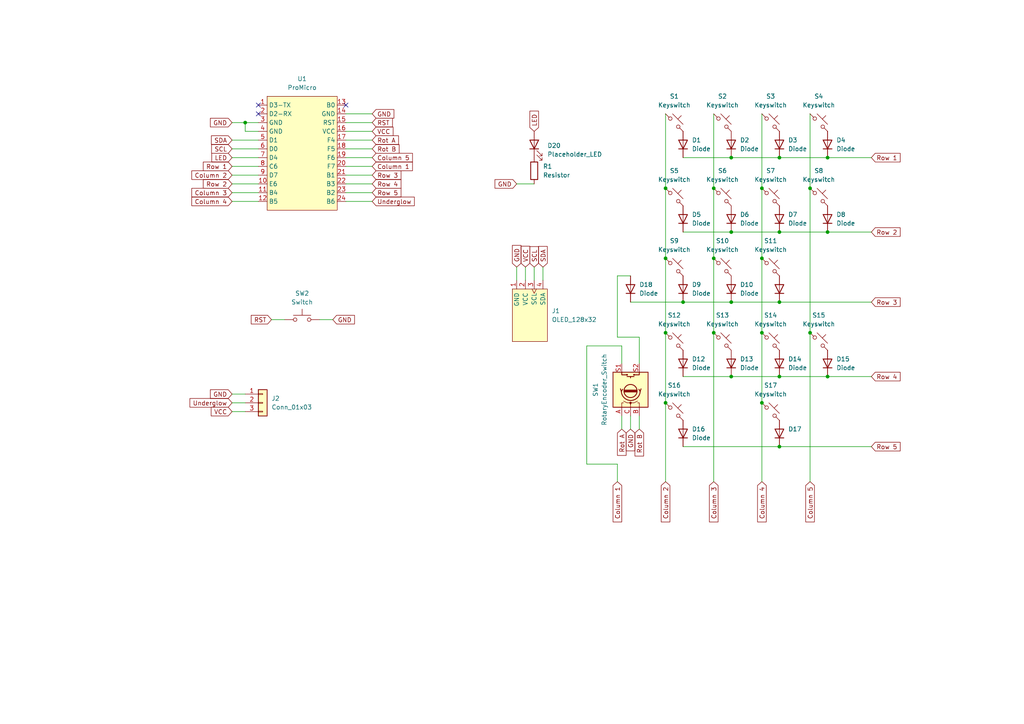
<source format=kicad_sch>
(kicad_sch (version 20250114) (generator "eeschema") (generator_version "9.0")
  (paper "A4")
  (lib_symbols
    (symbol "Connector_Generic:Conn_01x03" (pin_names (offset 1.016) (hide yes))
      (property "Reference" "J" (at 0 5.08 0))
      (property "Value" "Conn_01x03" (at 0 -5.08 0))
      (symbol "Conn_01x03_1_1"
        (rectangle (start -1.27 3.81) (end 1.27 -3.81) (stroke (width 0.254)) (fill (type background)))
        (rectangle (start -1.27 2.667) (end 0 2.413) (stroke (width 0.1524)))
        (rectangle (start -1.27 0.127) (end 0 -0.127) (stroke (width 0.1524)))
        (rectangle (start -1.27 -2.413) (end 0 -2.667) (stroke (width 0.1524)))
        (pin passive line (at -5.08 2.54 0) (length 3.81) (name "Pin_1") (number "1"))
        (pin passive line (at -5.08 0 0) (length 3.81) (name "Pin_2") (number "2"))
        (pin passive line (at -5.08 -2.54 0) (length 3.81) (name "Pin_3") (number "3"))
      )
    )
    (symbol "Device:RotaryEncoder_Switch" (pin_names (offset 0.254) (hide yes))
      (property "Reference" "SW" (at 0 6.604 0))
      (property "Value" "RotaryEncoder_Switch" (at 0 -6.604 0))
      (symbol "RotaryEncoder_Switch_0_1"
        (rectangle (start -5.08 5.08) (end 5.08 -5.08) (stroke (width 0.254)) (fill (type background)))
        (polyline (pts (xy -5.08 2.54) (xy -3.81 2.54) (xy -3.81 2.032)))
        (polyline (pts (xy -5.08 0) (xy -3.81 0) (xy -3.81 -1.016) (xy -3.302 -2.032)))
        (polyline (pts (xy -5.08 -2.54) (xy -3.81 -2.54) (xy -3.81 -2.032)))
        (polyline (pts (xy -4.318 0) (xy -3.81 0) (xy -3.81 1.016) (xy -3.302 2.032)))
        (circle (center -3.81 0) (radius 0.254) (fill (type outline)))
        (polyline (pts (xy -0.635 -1.778) (xy -0.635 1.778)) (stroke (width 0.254)))
        (circle (center -0.381 0) (radius 1.905) (stroke (width 0.254)))
        (polyline (pts (xy -0.381 -1.778) (xy -0.381 1.778)) (stroke (width 0.254)))
        (arc (start -0.381 -2.794) (mid -3.0988 -0.0635) (end -0.381 2.667) (stroke (width 0.254)))
        (polyline (pts (xy -0.127 1.778) (xy -0.127 -1.778)) (stroke (width 0.254)))
        (polyline (pts (xy 0.254 2.921) (xy -0.508 2.667) (xy 0.127 2.286)) (stroke (width 0.254)))
        (polyline (pts (xy 0.254 -3.048) (xy -0.508 -2.794) (xy 0.127 -2.413)) (stroke (width 0.254)))
        (polyline (pts (xy 3.81 1.016) (xy 3.81 -1.016)) (stroke (width 0.254)))
        (polyline (pts (xy 3.81 0) (xy 3.429 0)) (stroke (width 0.254)))
        (circle (center 4.318 1.016) (radius 0.127) (stroke (width 0.254)))
        (circle (center 4.318 -1.016) (radius 0.127) (stroke (width 0.254)))
        (polyline (pts (xy 5.08 2.54) (xy 4.318 2.54) (xy 4.318 1.016)) (stroke (width 0.254)))
        (polyline (pts (xy 5.08 -2.54) (xy 4.318 -2.54) (xy 4.318 -1.016)) (stroke (width 0.254)))
      )
      (symbol "RotaryEncoder_Switch_1_1"
        (pin passive line (at -7.62 2.54 0) (length 2.54) (name "A") (number "A"))
        (pin passive line (at -7.62 0 0) (length 2.54) (name "C") (number "C"))
        (pin passive line (at -7.62 -2.54 0) (length 2.54) (name "B") (number "B"))
        (pin passive line (at 7.62 2.54 180) (length 2.54) (name "S1") (number "S1"))
        (pin passive line (at 7.62 -2.54 180) (length 2.54) (name "S2") (number "S2"))
      )
    )
    (symbol "PCM_marbastlib-promicroish:Arduino_ProMicro" (in_bom no)
      (property "Reference" "U" (at 0 20.32 0))
      (property "Value" "ProMicro" (at 0 17.78 0))
      (symbol "Arduino_ProMicro_0_0"
        (pin bidirectional line (at -12.7 13.97 0) (length 2.54) (name "D3-TX") (number "1"))
        (pin bidirectional line (at -12.7 11.43 0) (length 2.54) (name "D2-RX") (number "2"))
        (pin power_out line (at -12.7 8.89 0) (length 2.54) (name "GND") (number "3"))
        (pin power_out line (at -12.7 6.35 0) (length 2.54) (name "GND") (number "4"))
        (pin bidirectional line (at -12.7 3.81 0) (length 2.54) (name "D1") (number "5"))
        (pin bidirectional line (at -12.7 1.27 0) (length 2.54) (name "D0") (number "6"))
        (pin bidirectional line (at -12.7 -1.27 0) (length 2.54) (name "D4") (number "7"))
        (pin bidirectional line (at -12.7 -3.81 0) (length 2.54) (name "C6") (number "8"))
        (pin bidirectional line (at -12.7 -6.35 0) (length 2.54) (name "D7") (number "9"))
        (pin bidirectional line (at -12.7 -8.89 0) (length 2.54) (name "E6") (number "10"))
        (pin bidirectional line (at -12.7 -11.43 0) (length 2.54) (name "B4") (number "11"))
        (pin bidirectional line (at -12.7 -13.97 0) (length 2.54) (name "B5") (number "12"))
        (pin power_out line (at 12.7 11.43 180) (length 2.54) (name "GND") (number "14"))
        (pin bidirectional line (at 12.7 8.89 180) (length 2.54) (name "RST") (number "15"))
        (pin bidirectional line (at 12.7 3.81 180) (length 2.54) (name "F4") (number "17"))
        (pin bidirectional line (at 12.7 1.27 180) (length 2.54) (name "F5") (number "18"))
        (pin bidirectional line (at 12.7 -1.27 180) (length 2.54) (name "F6") (number "19"))
        (pin bidirectional line (at 12.7 -3.81 180) (length 2.54) (name "F7") (number "20"))
        (pin bidirectional line (at 12.7 -6.35 180) (length 2.54) (name "B1") (number "21"))
        (pin bidirectional line (at 12.7 -8.89 180) (length 2.54) (name "B3") (number "22"))
        (pin bidirectional line (at 12.7 -11.43 180) (length 2.54) (name "B2") (number "23"))
        (pin bidirectional line (at 12.7 -13.97 180) (length 2.54) (name "B6") (number "24"))
      )
      (symbol "Arduino_ProMicro_1_0"
        (pin bidirectional line (at 12.7 13.97 180) (length 2.54) (name "B0") (number "13"))
        (pin power_out line (at 12.7 6.35 180) (length 2.54) (name "VCC") (number "16"))
      )
      (symbol "Arduino_ProMicro_1_1"
        (rectangle (start -10.16 16.51) (end 10.16 -16.51) (fill (type background)))
      )
    )
    (symbol "ScottoKeebs:OLED_128x32" (pin_names (offset 1.016))
      (property "Reference" "J" (at 0 -6.35 0))
      (property "Value" "OLED_128x32" (at 0 6.35 0))
      (symbol "OLED_128x32_0_1"
        (rectangle (start 0 5.08) (end 15.24 -5.08) (fill (type background)))
      )
      (symbol "OLED_128x32_1_1"
        (pin bidirectional line (at -2.54 3.81 0) (length 2.54) (name "SDA") (number "4"))
        (pin input clock (at -2.54 1.27 0) (length 2.54) (name "SCL") (number "3"))
        (pin power_in line (at -2.54 -1.27 0) (length 2.54) (name "VCC") (number "2"))
        (pin power_in line (at -2.54 -3.81 0) (length 2.54) (name "GND") (number "1"))
      )
    )
    (symbol "ScottoKeebs:Placeholder_Diode" (pin_numbers (hide yes)) (pin_names (hide yes))
      (property "Reference" "D" (at 0 2.54 0))
      (property "Value" "Diode" (at 0 -2.54 0))
      (symbol "Placeholder_Diode_0_1"
        (polyline (pts (xy -1.27 1.27) (xy -1.27 -1.27)) (stroke (width 0.254)))
        (polyline (pts (xy 1.27 1.27) (xy 1.27 -1.27) (xy -1.27 0) (xy 1.27 1.27)) (stroke (width 0.254)))
        (polyline (pts (xy 1.27 0) (xy -1.27 0)))
      )
      (symbol "Placeholder_Diode_1_1"
        (pin passive line (at -3.81 0 0) (length 2.54) (name "K") (number "1"))
        (pin passive line (at 3.81 0 180) (length 2.54) (name "A") (number "2"))
      )
    )
    (symbol "ScottoKeebs:Placeholder_Keyswitch" (pin_numbers (hide yes)) (pin_names (offset 1.016) (hide yes))
      (property "Reference" "S" (at 3.048 1.016 0))
      (property "Value" "Keyswitch" (at 0 -3.81 0))
      (symbol "Placeholder_Keyswitch_0_1"
        (polyline (pts (xy -2.54 2.54) (xy -1.524 1.524) (xy -1.524 1.524)))
        (circle (center -1.1684 1.1684) (radius 0.508))
        (polyline (pts (xy -0.508 2.54) (xy 2.54 -0.508)))
        (polyline (pts (xy 1.016 1.016) (xy 2.032 2.032)))
        (circle (center 1.143 -1.1938) (radius 0.508))
        (polyline (pts (xy 1.524 -1.524) (xy 2.54 -2.54) (xy 2.54 -2.54) (xy 2.54 -2.54)))
        (pin passive line (at -2.54 2.54 0) (length 0) (name "1") (number "1"))
        (pin passive line (at 2.54 -2.54 180) (length 0) (name "2") (number "2"))
      )
    )
    (symbol "ScottoKeebs:Placeholder_LED" (pin_numbers (hide yes)) (pin_names (offset 1.016) (hide yes))
      (property "Reference" "D" (at 0 2.54 0))
      (property "Value" "Placeholder_LED" (at 0 -2.54 0))
      (symbol "Placeholder_LED_0_1"
        (polyline (pts (xy -3.048 -0.762) (xy -4.572 -2.286) (xy -3.81 -2.286) (xy -4.572 -2.286) (xy -4.572 -1.524)))
        (polyline (pts (xy -1.778 -0.762) (xy -3.302 -2.286) (xy -2.54 -2.286) (xy -3.302 -2.286) (xy -3.302 -1.524)))
        (polyline (pts (xy -1.27 0) (xy 1.27 0)))
        (polyline (pts (xy -1.27 -1.27) (xy -1.27 1.27)) (stroke (width 0.254)))
        (polyline (pts (xy 1.27 -1.27) (xy 1.27 1.27) (xy -1.27 0) (xy 1.27 -1.27)) (stroke (width 0.254)))
      )
      (symbol "Placeholder_LED_1_1"
        (pin passive line (at -3.81 0 0) (length 2.54) (name "K") (number "1"))
        (pin passive line (at 3.81 0 180) (length 2.54) (name "A") (number "2"))
      )
    )
    (symbol "ScottoKeebs:Placeholder_Resistor" (pin_numbers (hide yes)) (pin_names (offset 0))
      (property "Reference" "R" (at 0 2.032 0))
      (property "Value" "Resistor" (at 0 -2.54 0))
      (symbol "Placeholder_Resistor_0_1"
        (rectangle (start 2.54 -1.016) (end -2.54 1.016) (stroke (width 0.254)))
      )
      (symbol "Placeholder_Resistor_1_1"
        (pin passive line (at -3.81 0 0) (length 1.27) (name "~") (number "1"))
        (pin passive line (at 3.81 0 180) (length 1.27) (name "~") (number "2"))
      )
    )
    (symbol "ScottoKeebs:Placeholder_Switch" (pin_numbers (hide yes)) (pin_names (offset 1.016) (hide yes))
      (property "Reference" "SW" (at 1.27 2.54 0))
      (property "Value" "Switch" (at 0 -1.524 0))
      (symbol "Placeholder_Switch_0_1"
        (circle (center -2.032 0) (radius 0.508))
        (polyline (pts (xy 0 1.27) (xy 0 3.048)))
        (circle (center 2.032 0) (radius 0.508))
        (polyline (pts (xy 2.54 1.27) (xy -2.54 1.27)))
        (pin passive line (at -5.08 0 0) (length 2.54) (name "1") (number "1"))
        (pin passive line (at 5.08 0 180) (length 2.54) (name "2") (number "2"))
      )
    )
  )
  (junction (at 212.09 45.72))
  (junction (at 71.12 35.56))
  (junction (at 226.06 45.72))
  (junction (at 240.03 67.31))
  (junction (at 212.09 109.22))
  (junction (at 240.03 109.22))
  (junction (at 220.98 54.61))
  (junction (at 198.12 87.63))
  (junction (at 193.04 54.61))
  (junction (at 193.04 116.84))
  (junction (at 226.06 87.63))
  (junction (at 240.03 45.72))
  (junction (at 226.06 109.22))
  (junction (at 234.95 96.52))
  (junction (at 207.01 54.61))
  (junction (at 212.09 87.63))
  (junction (at 220.98 116.84))
  (junction (at 207.01 74.93))
  (junction (at 212.09 67.31))
  (junction (at 234.95 54.61))
  (junction (at 207.01 96.52))
  (junction (at 193.04 74.93))
  (junction (at 220.98 74.93))
  (junction (at 226.06 67.31))
  (junction (at 220.98 96.52))
  (junction (at 193.04 96.52))
  (junction (at 226.06 129.54))
  (no_connect (at 74.93 30.48))
  (no_connect (at 74.93 33.02))
  (no_connect (at 100.33 30.48))
  (wire (pts (xy 198.12 129.54) (xy 226.06 129.54)))
  (wire (pts (xy 179.07 134.62) (xy 179.07 139.7)))
  (wire (pts (xy 240.03 67.31) (xy 252.73 67.31)))
  (wire (pts (xy 100.33 58.42) (xy 107.95 58.42)))
  (wire (pts (xy 220.98 116.84) (xy 220.98 139.7)))
  (wire (pts (xy 149.86 53.34) (xy 154.94 53.34)))
  (wire (pts (xy 67.31 55.88) (xy 74.93 55.88)))
  (wire (pts (xy 179.07 97.79) (xy 185.42 97.79)))
  (wire (pts (xy 240.03 45.72) (xy 252.73 45.72)))
  (wire (pts (xy 67.31 116.84) (xy 71.12 116.84)))
  (wire (pts (xy 152.4 77.47) (xy 152.4 81.28)))
  (wire (pts (xy 149.86 77.47) (xy 149.86 81.28)))
  (wire (pts (xy 234.95 96.52) (xy 234.95 139.7)))
  (wire (pts (xy 100.33 40.64) (xy 107.95 40.64)))
  (wire (pts (xy 193.04 33.02) (xy 193.04 54.61)))
  (wire (pts (xy 193.04 96.52) (xy 193.04 116.84)))
  (wire (pts (xy 67.31 50.8) (xy 74.93 50.8)))
  (wire (pts (xy 67.31 48.26) (xy 74.93 48.26)))
  (wire (pts (xy 182.88 80.01) (xy 179.07 80.01)))
  (wire (pts (xy 207.01 74.93) (xy 207.01 96.52)))
  (wire (pts (xy 198.12 67.31) (xy 212.09 67.31)))
  (wire (pts (xy 220.98 74.93) (xy 220.98 96.52)))
  (wire (pts (xy 78.74 92.71) (xy 82.55 92.71)))
  (wire (pts (xy 67.31 45.72) (xy 74.93 45.72)))
  (wire (pts (xy 100.33 38.1) (xy 107.95 38.1)))
  (wire (pts (xy 193.04 116.84) (xy 193.04 139.7)))
  (wire (pts (xy 226.06 129.54) (xy 252.73 129.54)))
  (wire (pts (xy 182.88 87.63) (xy 198.12 87.63)))
  (wire (pts (xy 71.12 35.56) (xy 74.93 35.56)))
  (wire (pts (xy 207.01 33.02) (xy 207.01 54.61)))
  (wire (pts (xy 226.06 87.63) (xy 252.73 87.63)))
  (wire (pts (xy 180.34 105.41) (xy 180.34 100.33)))
  (wire (pts (xy 71.12 38.1) (xy 74.93 38.1)))
  (wire (pts (xy 198.12 45.72) (xy 212.09 45.72)))
  (wire (pts (xy 67.31 40.64) (xy 74.93 40.64)))
  (wire (pts (xy 67.31 119.38) (xy 71.12 119.38)))
  (wire (pts (xy 198.12 109.22) (xy 212.09 109.22)))
  (wire (pts (xy 100.33 50.8) (xy 107.95 50.8)))
  (wire (pts (xy 100.33 48.26) (xy 107.95 48.26)))
  (wire (pts (xy 193.04 74.93) (xy 193.04 96.52)))
  (wire (pts (xy 220.98 54.61) (xy 220.98 74.93)))
  (wire (pts (xy 212.09 67.31) (xy 226.06 67.31)))
  (wire (pts (xy 226.06 67.31) (xy 240.03 67.31)))
  (wire (pts (xy 207.01 96.52) (xy 207.01 139.7)))
  (wire (pts (xy 185.42 124.46) (xy 185.42 120.65)))
  (wire (pts (xy 185.42 97.79) (xy 185.42 105.41)))
  (wire (pts (xy 180.34 100.33) (xy 170.18 100.33)))
  (wire (pts (xy 100.33 33.02) (xy 107.95 33.02)))
  (wire (pts (xy 92.71 92.71) (xy 96.52 92.71)))
  (wire (pts (xy 182.88 124.46) (xy 182.88 120.65)))
  (wire (pts (xy 234.95 54.61) (xy 234.95 96.52)))
  (wire (pts (xy 170.18 100.33) (xy 170.18 134.62)))
  (wire (pts (xy 198.12 87.63) (xy 212.09 87.63)))
  (wire (pts (xy 220.98 33.02) (xy 220.98 54.61)))
  (wire (pts (xy 170.18 134.62) (xy 179.07 134.62)))
  (wire (pts (xy 67.31 53.34) (xy 74.93 53.34)))
  (wire (pts (xy 212.09 45.72) (xy 226.06 45.72)))
  (wire (pts (xy 193.04 54.61) (xy 193.04 74.93)))
  (wire (pts (xy 226.06 109.22) (xy 240.03 109.22)))
  (wire (pts (xy 180.34 124.46) (xy 180.34 120.65)))
  (wire (pts (xy 67.31 43.18) (xy 74.93 43.18)))
  (wire (pts (xy 67.31 35.56) (xy 71.12 35.56)))
  (wire (pts (xy 212.09 87.63) (xy 226.06 87.63)))
  (wire (pts (xy 100.33 45.72) (xy 107.95 45.72)))
  (wire (pts (xy 240.03 109.22) (xy 252.73 109.22)))
  (wire (pts (xy 154.94 77.47) (xy 154.94 81.28)))
  (wire (pts (xy 234.95 33.02) (xy 234.95 54.61)))
  (wire (pts (xy 226.06 45.72) (xy 240.03 45.72)))
  (wire (pts (xy 100.33 55.88) (xy 107.95 55.88)))
  (wire (pts (xy 179.07 80.01) (xy 179.07 97.79)))
  (wire (pts (xy 220.98 96.52) (xy 220.98 116.84)))
  (wire (pts (xy 100.33 35.56) (xy 107.95 35.56)))
  (wire (pts (xy 100.33 43.18) (xy 107.95 43.18)))
  (wire (pts (xy 157.48 77.47) (xy 157.48 81.28)))
  (wire (pts (xy 212.09 109.22) (xy 226.06 109.22)))
  (wire (pts (xy 71.12 35.56) (xy 71.12 38.1)))
  (wire (pts (xy 100.33 53.34) (xy 107.95 53.34)))
  (wire (pts (xy 67.31 58.42) (xy 74.93 58.42)))
  (wire (pts (xy 207.01 54.61) (xy 207.01 74.93)))
  (wire (pts (xy 67.31 114.3) (xy 71.12 114.3)))
  (global_label "GND" (shape input) (at 67.31 114.3 180) (property "Intersheetrefs" "${INTERSHEET_REFS}" (effects (hide yes))))
  (global_label "LED" (shape input) (at 154.94 38.1 90) (property "Intersheetrefs" "${INTERSHEET_REFS}" (effects (hide yes))))
  (global_label "SCL" (shape input) (at 67.31 43.18 180) (property "Intersheetrefs" "${INTERSHEET_REFS}" (effects (hide yes))))
  (global_label "SDA" (shape input) (at 67.31 40.64 180) (property "Intersheetrefs" "${INTERSHEET_REFS}" (effects (hide yes))))
  (global_label "Row 1" (shape input) (at 67.31 48.26 180) (property "Intersheetrefs" "${INTERSHEET_REFS}" (effects (hide yes))))
  (global_label "Underglow" (shape input) (at 67.31 116.84 180) (property "Intersheetrefs" "${INTERSHEET_REFS}" (effects (hide yes))))
  (global_label "Column 4" (shape input) (at 220.98 139.7 270) (property "Intersheetrefs" "${INTERSHEET_REFS}" (effects (hide yes))))
  (global_label "Column 5" (shape input) (at 234.95 139.7 270) (property "Intersheetrefs" "${INTERSHEET_REFS}" (effects (hide yes))))
  (global_label "GND" (shape input) (at 149.86 53.34 180) (property "Intersheetrefs" "${INTERSHEET_REFS}" (effects (hide yes))))
  (global_label "Column 3" (shape input) (at 67.31 55.88 180) (property "Intersheetrefs" "${INTERSHEET_REFS}" (effects (hide yes))))
  (global_label "VCC" (shape input) (at 152.4 77.47 90) (property "Intersheetrefs" "${INTERSHEET_REFS}" (effects (hide yes))))
  (global_label "GND" (shape input) (at 107.95 33.02 0) (property "Intersheetrefs" "${INTERSHEET_REFS}" (effects (hide yes))))
  (global_label "Rot A" (shape input) (at 180.34 124.46 270) (property "Intersheetrefs" "${INTERSHEET_REFS}" (effects (hide yes))))
  (global_label "Rot B" (shape input) (at 107.95 43.18 0) (property "Intersheetrefs" "${INTERSHEET_REFS}" (effects (hide yes))))
  (global_label "Row 2" (shape input) (at 67.31 53.34 180) (property "Intersheetrefs" "${INTERSHEET_REFS}" (effects (hide yes))))
  (global_label "Column 4" (shape input) (at 67.31 58.42 180) (property "Intersheetrefs" "${INTERSHEET_REFS}" (effects (hide yes))))
  (global_label "Row 3" (shape input) (at 252.73 87.63 0) (property "Intersheetrefs" "${INTERSHEET_REFS}" (effects (hide yes))))
  (global_label "Rot A" (shape input) (at 107.95 40.64 0) (property "Intersheetrefs" "${INTERSHEET_REFS}" (effects (hide yes))))
  (global_label "Column 5" (shape input) (at 107.95 45.72 0) (property "Intersheetrefs" "${INTERSHEET_REFS}" (effects (hide yes))))
  (global_label "GND" (shape input) (at 67.31 35.56 180) (property "Intersheetrefs" "${INTERSHEET_REFS}" (effects (hide yes))))
  (global_label "Column 2" (shape input) (at 67.31 50.8 180) (property "Intersheetrefs" "${INTERSHEET_REFS}" (effects (hide yes))))
  (global_label "GND" (shape input) (at 96.52 92.71 0) (property "Intersheetrefs" "${INTERSHEET_REFS}" (effects (hide yes))))
  (global_label "Row 5" (shape input) (at 107.95 55.88 0) (property "Intersheetrefs" "${INTERSHEET_REFS}" (effects (hide yes))))
  (global_label "Column 1" (shape input) (at 179.07 139.7 270) (property "Intersheetrefs" "${INTERSHEET_REFS}" (effects (hide yes))))
  (global_label "LED" (shape input) (at 67.31 45.72 180) (property "Intersheetrefs" "${INTERSHEET_REFS}" (effects (hide yes))))
  (global_label "Row 4" (shape input) (at 252.73 109.22 0) (property "Intersheetrefs" "${INTERSHEET_REFS}" (effects (hide yes))))
  (global_label "SDA" (shape input) (at 157.48 77.47 90) (property "Intersheetrefs" "${INTERSHEET_REFS}" (effects (hide yes))))
  (global_label "Row 4" (shape input) (at 107.95 53.34 0) (property "Intersheetrefs" "${INTERSHEET_REFS}" (effects (hide yes))))
  (global_label "Column 2" (shape input) (at 193.04 139.7 270) (property "Intersheetrefs" "${INTERSHEET_REFS}" (effects (hide yes))))
  (global_label "Column 3" (shape input) (at 207.01 139.7 270) (property "Intersheetrefs" "${INTERSHEET_REFS}" (effects (hide yes))))
  (global_label "VCC" (shape input) (at 107.95 38.1 0) (property "Intersheetrefs" "${INTERSHEET_REFS}" (effects (hide yes))))
  (global_label "Underglow" (shape input) (at 107.95 58.42 0) (property "Intersheetrefs" "${INTERSHEET_REFS}" (effects (hide yes))))
  (global_label "VCC" (shape input) (at 67.31 119.38 180) (property "Intersheetrefs" "${INTERSHEET_REFS}" (effects (hide yes))))
  (global_label "RST" (shape input) (at 78.74 92.71 180) (property "Intersheetrefs" "${INTERSHEET_REFS}" (effects (hide yes))))
  (global_label "Row 3" (shape input) (at 107.95 50.8 0) (property "Intersheetrefs" "${INTERSHEET_REFS}" (effects (hide yes))))
  (global_label "GND" (shape input) (at 182.88 124.46 270) (property "Intersheetrefs" "${INTERSHEET_REFS}" (effects (hide yes))))
  (global_label "GND" (shape input) (at 149.86 77.47 90) (property "Intersheetrefs" "${INTERSHEET_REFS}" (effects (hide yes))))
  (global_label "Column 1" (shape input) (at 107.95 48.26 0) (property "Intersheetrefs" "${INTERSHEET_REFS}" (effects (hide yes))))
  (global_label "SCL" (shape input) (at 154.94 77.47 90) (property "Intersheetrefs" "${INTERSHEET_REFS}" (effects (hide yes))))
  (global_label "Row 2" (shape input) (at 252.73 67.31 0) (property "Intersheetrefs" "${INTERSHEET_REFS}" (effects (hide yes))))
  (global_label "Row 5" (shape input) (at 252.73 129.54 0) (property "Intersheetrefs" "${INTERSHEET_REFS}" (effects (hide yes))))
  (global_label "RST" (shape input) (at 107.95 35.56 0) (property "Intersheetrefs" "${INTERSHEET_REFS}" (effects (hide yes))))
  (global_label "Rot B" (shape input) (at 185.42 124.46 270) (property "Intersheetrefs" "${INTERSHEET_REFS}" (effects (hide yes))))
  (global_label "Row 1" (shape input) (at 252.73 45.72 0) (property "Intersheetrefs" "${INTERSHEET_REFS}" (effects (hide yes))))
  (symbol (lib_id "ScottoKeebs:Placeholder_Keyswitch") (at 195.58 77.47 0) (unit 1)
    (property "Reference" "S9" (at 195.58 69.85 0))
    (property "Value" "Keyswitch" (at 195.58 72.39 0))
    (property "Footprint" "ScottoKeebs_Hotswap:Hotswap_MX_Plated_1.00u" (effects (hide yes)))
    (property "Description" "Push button switch, normally open, two pins, 45° tilted" (effects (hide yes)))
  )
  (symbol (lib_id "ScottoKeebs:Placeholder_Diode") (at 212.09 105.41 90) (unit 1)
    (property "Reference" "D13" (at 214.63 104.1399 90) (effects (justify right)))
    (property "Value" "Diode" (at 214.63 106.6799 90) (effects (justify right)))
    (property "Footprint" "ScottoKeebs_Components:Diode_DO-35" (effects (hide yes)))
    (property "Description" "1N4148 (DO-35) or 1N4148W (SOD-123)" (effects (hide yes)))
    (property "Sim.Device" "D" (effects (hide yes)))
    (property "Sim.Pins" "1=K 2=A" (effects (hide yes)))
  )
  (symbol (lib_id "ScottoKeebs:Placeholder_Diode") (at 240.03 63.5 90) (unit 1)
    (property "Reference" "D8" (at 242.57 62.2299 90) (effects (justify right)))
    (property "Value" "Diode" (at 242.57 64.7699 90) (effects (justify right)))
    (property "Footprint" "ScottoKeebs_Components:Diode_DO-35" (effects (hide yes)))
    (property "Description" "1N4148 (DO-35) or 1N4148W (SOD-123)" (effects (hide yes)))
    (property "Sim.Device" "D" (effects (hide yes)))
    (property "Sim.Pins" "1=K 2=A" (effects (hide yes)))
  )
  (symbol (lib_id "ScottoKeebs:Placeholder_Keyswitch") (at 209.55 57.15 0) (unit 1)
    (property "Reference" "S6" (at 209.55 49.53 0))
    (property "Value" "Keyswitch" (at 209.55 52.07 0))
    (property "Footprint" "ScottoKeebs_Hotswap:Hotswap_MX_Plated_1.00u" (effects (hide yes)))
    (property "Description" "Push button switch, normally open, two pins, 45° tilted" (effects (hide yes)))
  )
  (symbol (lib_id "ScottoKeebs:Placeholder_Diode") (at 212.09 63.5 90) (unit 1)
    (property "Reference" "D6" (at 214.63 62.2299 90) (effects (justify right)))
    (property "Value" "Diode" (at 214.63 64.7699 90) (effects (justify right)))
    (property "Footprint" "ScottoKeebs_Components:Diode_DO-35" (effects (hide yes)))
    (property "Description" "1N4148 (DO-35) or 1N4148W (SOD-123)" (effects (hide yes)))
    (property "Sim.Device" "D" (effects (hide yes)))
    (property "Sim.Pins" "1=K 2=A" (effects (hide yes)))
  )
  (symbol (lib_id "ScottoKeebs:Placeholder_Diode") (at 226.06 105.41 90) (unit 1)
    (property "Reference" "D14" (at 228.6 104.1399 90) (effects (justify right)))
    (property "Value" "Diode" (at 228.6 106.6799 90) (effects (justify right)))
    (property "Footprint" "ScottoKeebs_Components:Diode_DO-35" (effects (hide yes)))
    (property "Description" "1N4148 (DO-35) or 1N4148W (SOD-123)" (effects (hide yes)))
    (property "Sim.Device" "D" (effects (hide yes)))
    (property "Sim.Pins" "1=K 2=A" (effects (hide yes)))
  )
  (symbol (lib_id "ScottoKeebs:Placeholder_Diode") (at 198.12 83.82 90) (unit 1)
    (property "Reference" "D9" (at 200.66 82.5499 90) (effects (justify right)))
    (property "Value" "Diode" (at 200.66 85.0899 90) (effects (justify right)))
    (property "Footprint" "ScottoKeebs_Components:Diode_DO-35" (effects (hide yes)))
    (property "Description" "1N4148 (DO-35) or 1N4148W (SOD-123)" (effects (hide yes)))
    (property "Sim.Device" "D" (effects (hide yes)))
    (property "Sim.Pins" "1=K 2=A" (effects (hide yes)))
  )
  (symbol (lib_id "ScottoKeebs:Placeholder_Diode") (at 226.06 83.82 90) (unit 1)
    (property "Reference" "D11" (effects (hide yes)))
    (property "Value" "Diode" (effects (hide yes)))
    (property "Footprint" "ScottoKeebs_Components:Diode_DO-35" (effects (hide yes)))
    (property "Description" "1N4148 (DO-35) or 1N4148W (SOD-123)" (effects (hide yes)))
    (property "Sim.Device" "D" (effects (hide yes)))
    (property "Sim.Pins" "1=K 2=A" (effects (hide yes)))
  )
  (symbol (lib_id "ScottoKeebs:Placeholder_Keyswitch") (at 223.52 99.06 0) (unit 1)
    (property "Reference" "S14" (at 223.52 91.44 0))
    (property "Value" "Keyswitch" (at 223.52 93.98 0))
    (property "Footprint" "ScottoKeebs_Hotswap:Hotswap_MX_Plated_1.00u" (effects (hide yes)))
    (property "Description" "Push button switch, normally open, two pins, 45° tilted" (effects (hide yes)))
  )
  (symbol (lib_id "ScottoKeebs:Placeholder_Keyswitch") (at 209.55 35.56 0) (unit 1)
    (property "Reference" "S2" (at 209.55 27.94 0))
    (property "Value" "Keyswitch" (at 209.55 30.48 0))
    (property "Footprint" "ScottoKeebs_Hotswap:Hotswap_MX_Plated_1.00u" (effects (hide yes)))
    (property "Description" "Push button switch, normally open, two pins, 45° tilted" (effects (hide yes)))
  )
  (symbol (lib_id "ScottoKeebs:Placeholder_Keyswitch") (at 195.58 57.15 0) (unit 1)
    (property "Reference" "S5" (at 195.58 49.53 0))
    (property "Value" "Keyswitch" (at 195.58 52.07 0))
    (property "Footprint" "ScottoKeebs_Hotswap:Hotswap_MX_Plated_1.00u" (effects (hide yes)))
    (property "Description" "Push button switch, normally open, two pins, 45° tilted" (effects (hide yes)))
  )
  (symbol (lib_id "ScottoKeebs:Placeholder_Diode") (at 226.06 125.73 90) (unit 1)
    (property "Reference" "D17" (at 228.6 124.4599 90) (effects (justify right)))
    (property "Value" "Diode" (effects (hide yes)))
    (property "Footprint" "ScottoKeebs_Components:Diode_DO-35" (effects (hide yes)))
    (property "Description" "1N4148 (DO-35) or 1N4148W (SOD-123)" (effects (hide yes)))
    (property "Sim.Device" "D" (effects (hide yes)))
    (property "Sim.Pins" "1=K 2=A" (effects (hide yes)))
  )
  (symbol (lib_id "ScottoKeebs:Placeholder_Diode") (at 240.03 41.91 90) (unit 1)
    (property "Reference" "D4" (at 242.57 40.6399 90) (effects (justify right)))
    (property "Value" "Diode" (at 242.57 43.1799 90) (effects (justify right)))
    (property "Footprint" "ScottoKeebs_Components:Diode_DO-35" (effects (hide yes)))
    (property "Description" "1N4148 (DO-35) or 1N4148W (SOD-123)" (effects (hide yes)))
    (property "Sim.Device" "D" (effects (hide yes)))
    (property "Sim.Pins" "1=K 2=A" (effects (hide yes)))
  )
  (symbol (lib_id "ScottoKeebs:Placeholder_Diode") (at 198.12 105.41 90) (unit 1)
    (property "Reference" "D12" (at 200.66 104.1399 90) (effects (justify right)))
    (property "Value" "Diode" (at 200.66 106.6799 90) (effects (justify right)))
    (property "Footprint" "ScottoKeebs_Components:Diode_DO-35" (effects (hide yes)))
    (property "Description" "1N4148 (DO-35) or 1N4148W (SOD-123)" (effects (hide yes)))
    (property "Sim.Device" "D" (effects (hide yes)))
    (property "Sim.Pins" "1=K 2=A" (effects (hide yes)))
  )
  (symbol (lib_id "ScottoKeebs:Placeholder_Diode") (at 198.12 125.73 90) (unit 1)
    (property "Reference" "D16" (at 200.66 124.4599 90) (effects (justify right)))
    (property "Value" "Diode" (at 200.66 126.9999 90) (effects (justify right)))
    (property "Footprint" "ScottoKeebs_Components:Diode_DO-35" (effects (hide yes)))
    (property "Description" "1N4148 (DO-35) or 1N4148W (SOD-123)" (effects (hide yes)))
    (property "Sim.Device" "D" (effects (hide yes)))
    (property "Sim.Pins" "1=K 2=A" (effects (hide yes)))
  )
  (symbol (lib_id "ScottoKeebs:Placeholder_Keyswitch") (at 237.49 99.06 0) (unit 1)
    (property "Reference" "S15" (at 237.49 91.44 0))
    (property "Value" "Keyswitch" (at 237.49 93.98 0))
    (property "Footprint" "ScottoKeebs_Hotswap:Hotswap_MX_Plated_2.00u_90deg" (effects (hide yes)))
    (property "Description" "Push button switch, normally open, two pins, 45° tilted" (effects (hide yes)))
  )
  (symbol (lib_id "ScottoKeebs:Placeholder_Diode") (at 226.06 41.91 90) (unit 1)
    (property "Reference" "D3" (at 228.6 40.6399 90) (effects (justify right)))
    (property "Value" "Diode" (at 228.6 43.1799 90) (effects (justify right)))
    (property "Footprint" "ScottoKeebs_Components:Diode_DO-35" (effects (hide yes)))
    (property "Description" "1N4148 (DO-35) or 1N4148W (SOD-123)" (effects (hide yes)))
    (property "Sim.Device" "D" (effects (hide yes)))
    (property "Sim.Pins" "1=K 2=A" (effects (hide yes)))
  )
  (symbol (lib_id "Connector_Generic:Conn_01x03") (at 76.2 116.84 0) (unit 1)
    (property "Reference" "J2" (at 78.74 115.5699 0) (effects (justify left)))
    (property "Value" "Conn_01x03" (at 78.74 118.1099 0) (effects (justify left)))
    (property "Footprint" "Connector_PinHeader_2.54mm:PinHeader_1x03_P2.54mm_Vertical" (effects (hide yes)))
    (property "Description" "Generic connector, single row, 01x03, script generated (kicad-library-utils/schlib/autogen/connector/)" (effects (hide yes)))
  )
  (symbol (lib_id "ScottoKeebs:Placeholder_Keyswitch") (at 237.49 35.56 0) (unit 1)
    (property "Reference" "S4" (at 237.49 27.94 0))
    (property "Value" "Keyswitch" (at 237.49 30.48 0))
    (property "Footprint" "ScottoKeebs_Hotswap:Hotswap_MX_Plated_1.00u" (effects (hide yes)))
    (property "Description" "Push button switch, normally open, two pins, 45° tilted" (effects (hide yes)))
  )
  (symbol (lib_id "ScottoKeebs:Placeholder_Keyswitch") (at 195.58 35.56 0) (unit 1)
    (property "Reference" "S1" (at 195.58 27.94 0))
    (property "Value" "Keyswitch" (at 195.58 30.48 0))
    (property "Footprint" "ScottoKeebs_Hotswap:Hotswap_MX_Plated_1.00u" (effects (hide yes)))
    (property "Description" "Push button switch, normally open, two pins, 45° tilted" (effects (hide yes)))
  )
  (symbol (lib_id "ScottoKeebs:Placeholder_Diode") (at 226.06 63.5 90) (unit 1)
    (property "Reference" "D7" (at 228.6 62.2299 90) (effects (justify right)))
    (property "Value" "Diode" (at 228.6 64.7699 90) (effects (justify right)))
    (property "Footprint" "ScottoKeebs_Components:Diode_DO-35" (effects (hide yes)))
    (property "Description" "1N4148 (DO-35) or 1N4148W (SOD-123)" (effects (hide yes)))
    (property "Sim.Device" "D" (effects (hide yes)))
    (property "Sim.Pins" "1=K 2=A" (effects (hide yes)))
  )
  (symbol (lib_id "ScottoKeebs:Placeholder_Keyswitch") (at 223.52 119.38 0) (unit 1)
    (property "Reference" "S17" (at 223.52 111.76 0))
    (property "Value" "Keyswitch" (at 223.52 114.3 0))
    (property "Footprint" "ScottoKeebs_Hotswap:Hotswap_MX_Plated_2.00u" (effects (hide yes)))
    (property "Description" "Push button switch, normally open, two pins, 45° tilted" (effects (hide yes)))
  )
  (symbol (lib_id "ScottoKeebs:Placeholder_Keyswitch") (at 223.52 35.56 0) (unit 1)
    (property "Reference" "S3" (at 223.52 27.94 0))
    (property "Value" "Keyswitch" (at 223.52 30.48 0))
    (property "Footprint" "ScottoKeebs_Hotswap:Hotswap_MX_Plated_1.00u" (effects (hide yes)))
    (property "Description" "Push button switch, normally open, two pins, 45° tilted" (effects (hide yes)))
  )
  (symbol (lib_id "ScottoKeebs:Placeholder_Keyswitch") (at 195.58 99.06 0) (unit 1)
    (property "Reference" "S12" (at 195.58 91.44 0))
    (property "Value" "Keyswitch" (at 195.58 93.98 0))
    (property "Footprint" "ScottoKeebs_Hotswap:Hotswap_MX_Plated_1.00u" (effects (hide yes)))
    (property "Description" "Push button switch, normally open, two pins, 45° tilted" (effects (hide yes)))
  )
  (symbol (lib_id "ScottoKeebs:Placeholder_Keyswitch") (at 195.58 119.38 0) (unit 1)
    (property "Reference" "S16" (at 195.58 111.76 0))
    (property "Value" "Keyswitch" (at 195.58 114.3 0))
    (property "Footprint" "ScottoKeebs_Hotswap:Hotswap_MX_Plated_1.00u" (effects (hide yes)))
    (property "Description" "Push button switch, normally open, two pins, 45° tilted" (effects (hide yes)))
  )
  (symbol (lib_id "ScottoKeebs:Placeholder_Diode") (at 240.03 105.41 90) (unit 1)
    (property "Reference" "D15" (at 242.57 104.1399 90) (effects (justify right)))
    (property "Value" "Diode" (at 242.57 106.6799 90) (effects (justify right)))
    (property "Footprint" "ScottoKeebs_Components:Diode_DO-35" (effects (hide yes)))
    (property "Description" "1N4148 (DO-35) or 1N4148W (SOD-123)" (effects (hide yes)))
    (property "Sim.Device" "D" (effects (hide yes)))
    (property "Sim.Pins" "1=K 2=A" (effects (hide yes)))
  )
  (symbol (lib_id "ScottoKeebs:Placeholder_Resistor") (at 154.94 49.53 270) (unit 1)
    (property "Reference" "R1" (at 157.48 48.2599 90) (effects (justify left)))
    (property "Value" "Resistor" (at 157.48 50.7999 90) (effects (justify left)))
    (property "Footprint" "Resistor_THT:R_Axial_DIN0207_L6.3mm_D2.5mm_P7.62mm_Horizontal" (effects (hide yes)))
    (property "Description" "Resistor" (effects (hide yes)))
  )
  (symbol (lib_id "ScottoKeebs:Placeholder_Diode") (at 198.12 41.91 90) (unit 1)
    (property "Reference" "D1" (at 200.66 40.6399 90) (effects (justify right)))
    (property "Value" "Diode" (at 200.66 43.1799 90) (effects (justify right)))
    (property "Footprint" "ScottoKeebs_Components:Diode_DO-35" (effects (hide yes)))
    (property "Description" "1N4148 (DO-35) or 1N4148W (SOD-123)" (effects (hide yes)))
    (property "Sim.Device" "D" (effects (hide yes)))
    (property "Sim.Pins" "1=K 2=A" (effects (hide yes)))
  )
  (symbol (lib_id "ScottoKeebs:Placeholder_Keyswitch") (at 223.52 57.15 0) (unit 1)
    (property "Reference" "S7" (at 223.52 49.53 0))
    (property "Value" "Keyswitch" (at 223.52 52.07 0))
    (property "Footprint" "ScottoKeebs_Hotswap:Hotswap_MX_Plated_1.00u" (effects (hide yes)))
    (property "Description" "Push button switch, normally open, two pins, 45° tilted" (effects (hide yes)))
  )
  (symbol (lib_id "Device:RotaryEncoder_Switch") (at 182.88 113.03 90) (unit 1)
    (property "Reference" "SW1" (at 172.72 113.03 0))
    (property "Value" "RotaryEncoder_Switch" (at 175.26 113.03 0))
    (property "Footprint" "ScottoKeebs_Scotto:Encoder_EC11_MX" (effects (hide yes)))
    (property "Description" "Rotary encoder, dual channel, incremental quadrate outputs, with switch" (effects (hide yes)))
  )
  (symbol (lib_id "ScottoKeebs:Placeholder_Diode") (at 198.12 63.5 90) (unit 1)
    (property "Reference" "D5" (at 200.66 62.2299 90) (effects (justify right)))
    (property "Value" "Diode" (at 200.66 64.7699 90) (effects (justify right)))
    (property "Footprint" "ScottoKeebs_Components:Diode_DO-35" (effects (hide yes)))
    (property "Description" "1N4148 (DO-35) or 1N4148W (SOD-123)" (effects (hide yes)))
    (property "Sim.Device" "D" (effects (hide yes)))
    (property "Sim.Pins" "1=K 2=A" (effects (hide yes)))
  )
  (symbol (lib_id "ScottoKeebs:Placeholder_Diode") (at 212.09 41.91 90) (unit 1)
    (property "Reference" "D2" (at 214.63 40.6399 90) (effects (justify right)))
    (property "Value" "Diode" (at 214.63 43.1799 90) (effects (justify right)))
    (property "Footprint" "ScottoKeebs_Components:Diode_DO-35" (effects (hide yes)))
    (property "Description" "1N4148 (DO-35) or 1N4148W (SOD-123)" (effects (hide yes)))
    (property "Sim.Device" "D" (effects (hide yes)))
    (property "Sim.Pins" "1=K 2=A" (effects (hide yes)))
  )
  (symbol (lib_id "ScottoKeebs:Placeholder_LED") (at 154.94 41.91 90) (unit 1)
    (property "Reference" "D20" (at 158.75 42.2274 90) (effects (justify right)))
    (property "Value" "Placeholder_LED" (at 158.75 44.7674 90) (effects (justify right)))
    (property "Footprint" "PCM_marbastlib-mx:LED_MX_3mm" (effects (hide yes)))
    (property "Description" "Light emitting diode" (effects (hide yes)))
  )
  (symbol (lib_id "ScottoKeebs:Placeholder_Keyswitch") (at 209.55 77.47 0) (unit 1)
    (property "Reference" "S10" (at 209.55 69.85 0))
    (property "Value" "Keyswitch" (at 209.55 72.39 0))
    (property "Footprint" "ScottoKeebs_Hotswap:Hotswap_MX_Plated_1.00u" (effects (hide yes)))
    (property "Description" "Push button switch, normally open, two pins, 45° tilted" (effects (hide yes)))
  )
  (symbol (lib_id "ScottoKeebs:Placeholder_Diode") (at 182.88 83.82 90) (unit 1)
    (property "Reference" "D18" (at 185.42 82.5499 90) (effects (justify right)))
    (property "Value" "Diode" (at 185.42 85.0899 90) (effects (justify right)))
    (property "Footprint" "ScottoKeebs_Components:Diode_DO-35" (effects (hide yes)))
    (property "Description" "1N4148 (DO-35) or 1N4148W (SOD-123)" (effects (hide yes)))
    (property "Sim.Device" "D" (effects (hide yes)))
    (property "Sim.Pins" "1=K 2=A" (effects (hide yes)))
  )
  (symbol (lib_id "ScottoKeebs:Placeholder_Keyswitch") (at 237.49 57.15 0) (unit 1)
    (property "Reference" "S8" (at 237.49 49.53 0))
    (property "Value" "Keyswitch" (at 237.49 52.07 0))
    (property "Footprint" "ScottoKeebs_Hotswap:Hotswap_MX_Plated_2.00u_90deg" (effects (hide yes)))
    (property "Description" "Push button switch, normally open, two pins, 45° tilted" (effects (hide yes)))
  )
  (symbol (lib_id "ScottoKeebs:Placeholder_Diode") (at 212.09 83.82 90) (unit 1)
    (property "Reference" "D10" (at 214.63 82.5499 90) (effects (justify right)))
    (property "Value" "Diode" (at 214.63 85.0899 90) (effects (justify right)))
    (property "Footprint" "ScottoKeebs_Components:Diode_DO-35" (effects (hide yes)))
    (property "Description" "1N4148 (DO-35) or 1N4148W (SOD-123)" (effects (hide yes)))
    (property "Sim.Device" "D" (effects (hide yes)))
    (property "Sim.Pins" "1=K 2=A" (effects (hide yes)))
  )
  (symbol (lib_id "ScottoKeebs:Placeholder_Keyswitch") (at 223.52 77.47 0) (unit 1)
    (property "Reference" "S11" (at 223.52 69.85 0))
    (property "Value" "Keyswitch" (at 223.52 72.39 0))
    (property "Footprint" "ScottoKeebs_Hotswap:Hotswap_MX_Plated_1.00u" (effects (hide yes)))
    (property "Description" "Push button switch, normally open, two pins, 45° tilted" (effects (hide yes)))
  )
  (symbol (lib_id "PCM_marbastlib-promicroish:Arduino_ProMicro") (at 87.63 44.45 0) (unit 1) (in_bom no)
    (property "Reference" "U1" (at 87.63 22.86 0))
    (property "Value" "ProMicro" (at 87.63 25.4 0))
    (property "Footprint" "PCM_marbastlib-xp-promicroish:ProMicro_USBdn" (effects (hide yes)))
    (property "Description" "Symbol for an Arduino Pro Micro" (effects (hide yes)))
  )
  (symbol (lib_id "ScottoKeebs:Placeholder_Keyswitch") (at 209.55 99.06 0) (unit 1)
    (property "Reference" "S13" (at 209.55 91.44 0))
    (property "Value" "Keyswitch" (at 209.55 93.98 0))
    (property "Footprint" "ScottoKeebs_Hotswap:Hotswap_MX_Plated_1.00u" (effects (hide yes)))
    (property "Description" "Push button switch, normally open, two pins, 45° tilted" (effects (hide yes)))
  )
  (symbol (lib_id "ScottoKeebs:Placeholder_Switch") (at 87.63 92.71 0) (unit 1)
    (property "Reference" "SW2" (at 87.63 85.09 0))
    (property "Value" "Switch" (at 87.63 87.63 0))
    (property "Footprint" "ScottoKeebs_Components:Button_TL3342" (effects (hide yes)))
    (property "Description" "Push button switch, generic, two pins" (effects (hide yes)))
  )
  (symbol (lib_id "ScottoKeebs:OLED_128x32") (at 153.67 83.82 270) (unit 1)
    (property "Reference" "J1" (at 160.02 90.1699 90) (effects (justify left)))
    (property "Value" "OLED_128x32" (at 160.02 92.7099 90) (effects (justify left)))
    (property "Footprint" "ScottoKeebs_Components:OLED_128x32" (effects (hide yes)))
  )
)
</source>
